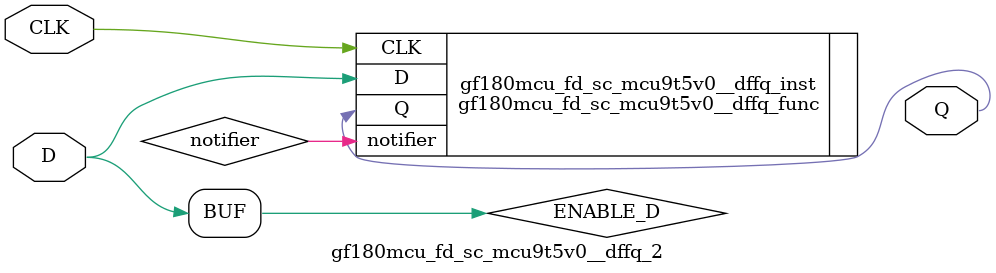
<source format=v>

`ifndef GF180MCU_FD_SC_MCU9T5V0__DFFQ_2_V
`define GF180MCU_FD_SC_MCU9T5V0__DFFQ_2_V

`include "gf180mcu_fd_sc_mcu9t5v0__dffq_func.v"

`ifdef USE_POWER_PINS
module gf180mcu_fd_sc_mcu9t5v0__dffq_2( CLK, D, Q, VDD, VSS );
inout VDD, VSS;
`else // If not USE_POWER_PINS
module gf180mcu_fd_sc_mcu9t5v0__dffq_2( CLK, D, Q );
`endif // If not USE_POWER_PINS
input CLK, D;
output Q;

`ifdef USE_POWER_PINS
  gf180mcu_fd_sc_mcu9t5v0__dffq_func gf180mcu_fd_sc_mcu9t5v0__dffq_inst(.CLK(CLK),.D(D),.Q(Q),.VDD(VDD),.VSS(VSS),.notifier(notifier));
`else // If not USE_POWER_PINS
  gf180mcu_fd_sc_mcu9t5v0__dffq_func gf180mcu_fd_sc_mcu9t5v0__dffq_inst(.CLK(CLK),.D(D),.Q(Q),.notifier(notifier));
`endif // If not USE_POWER_PINS

`ifndef FUNCTIONAL
	// spec_gates_begin


	not MGM_G0(ENABLE_NOT_D,D);


	buf MGM_G1(ENABLE_D,D);


	// spec_gates_end



   specify

	// specify_block_begin

	// seq arc CLK --> Q
	(posedge CLK => (Q : D))  = (1.0,1.0);

	$width(negedge CLK &&& (ENABLE_NOT_D === 1'b1)
		,1.0,0,notifier);

	$width(posedge CLK &&& (ENABLE_NOT_D === 1'b1)
		,1.0,0,notifier);

	$width(negedge CLK &&& (ENABLE_D === 1'b1)
		,1.0,0,notifier);

	$width(posedge CLK &&& (ENABLE_D === 1'b1)
		,1.0,0,notifier);

	// hold D-HL CLK-LH
	$hold(posedge CLK,negedge D,1.0,notifier);

	// hold D-LH CLK-LH
	$hold(posedge CLK,posedge D,1.0,notifier);

	// setup D-HL CLK-LH
	$setup(negedge D,posedge CLK,1.0,notifier);

	// setup D-LH CLK-LH
	$setup(posedge D,posedge CLK,1.0,notifier);

	// mpw CLK_lh
	$width(posedge CLK,1.0,0,notifier);

	// mpw CLK_hl
	$width(negedge CLK,1.0,0,notifier);

	// period CLK
	$period(posedge CLK &&& (ENABLE_NOT_D === 1'b1)
		,1.0,notifier);

	// period CLK
	$period(posedge CLK &&& (ENABLE_D === 1'b1)
		,1.0,notifier);

	// period CLK
	$period(posedge CLK,1.0,notifier);

	// specify_block_end

   endspecify

   `endif

endmodule
`endif // GF180MCU_FD_SC_MCU9T5V0__DFFQ_2_V

</source>
